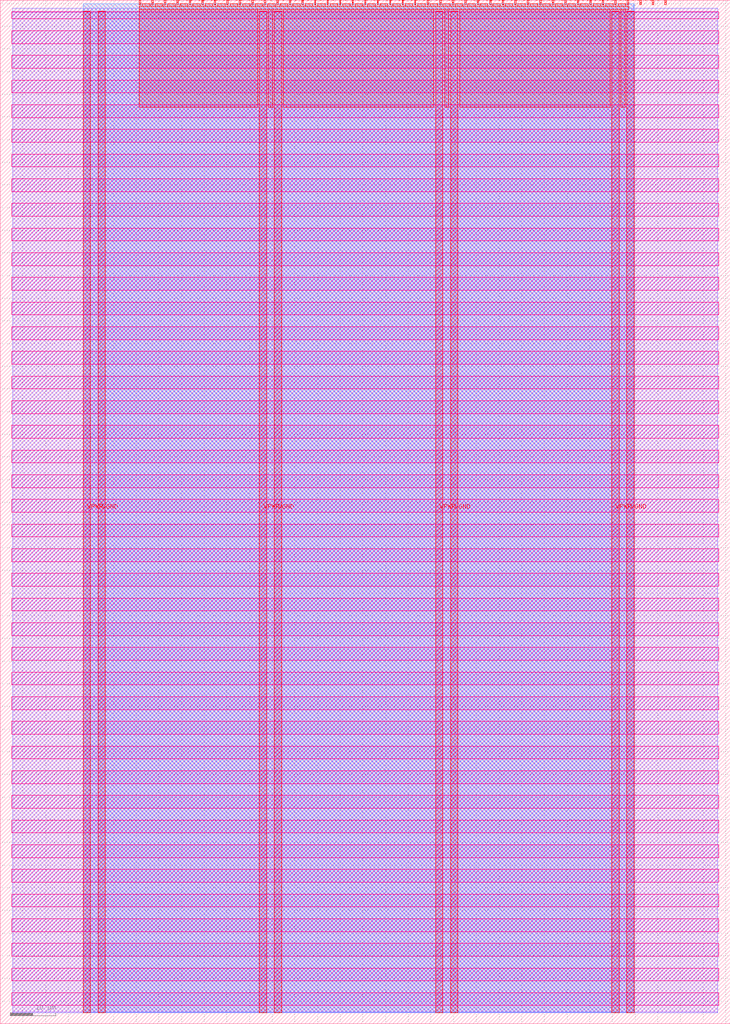
<source format=lef>
VERSION 5.7 ;
  NOWIREEXTENSIONATPIN ON ;
  DIVIDERCHAR "/" ;
  BUSBITCHARS "[]" ;
MACRO tt_um_example
  CLASS BLOCK ;
  FOREIGN tt_um_example ;
  ORIGIN 0.000 0.000 ;
  SIZE 161.000 BY 225.760 ;
  PIN VGND
    DIRECTION INOUT ;
    USE GROUND ;
    PORT
      LAYER met4 ;
        RECT 21.580 2.480 23.180 223.280 ;
    END
    PORT
      LAYER met4 ;
        RECT 60.450 2.480 62.050 223.280 ;
    END
    PORT
      LAYER met4 ;
        RECT 99.320 2.480 100.920 223.280 ;
    END
    PORT
      LAYER met4 ;
        RECT 138.190 2.480 139.790 223.280 ;
    END
  END VGND
  PIN VPWR
    DIRECTION INOUT ;
    USE POWER ;
    PORT
      LAYER met4 ;
        RECT 18.280 2.480 19.880 223.280 ;
    END
    PORT
      LAYER met4 ;
        RECT 57.150 2.480 58.750 223.280 ;
    END
    PORT
      LAYER met4 ;
        RECT 96.020 2.480 97.620 223.280 ;
    END
    PORT
      LAYER met4 ;
        RECT 134.890 2.480 136.490 223.280 ;
    END
  END VPWR
  PIN clk
    DIRECTION INPUT ;
    USE SIGNAL ;
    PORT
      LAYER met4 ;
        RECT 143.830 224.760 144.130 225.760 ;
    END
  END clk
  PIN ena
    DIRECTION INPUT ;
    USE SIGNAL ;
    PORT
      LAYER met4 ;
        RECT 146.590 224.760 146.890 225.760 ;
    END
  END ena
  PIN rst_n
    DIRECTION INPUT ;
    USE SIGNAL ;
    PORT
      LAYER met4 ;
        RECT 141.070 224.760 141.370 225.760 ;
    END
  END rst_n
  PIN ui_in[0]
    DIRECTION INPUT ;
    USE SIGNAL ;
    ANTENNAGATEAREA 0.196500 ;
    PORT
      LAYER met4 ;
        RECT 138.310 224.760 138.610 225.760 ;
    END
  END ui_in[0]
  PIN ui_in[1]
    DIRECTION INPUT ;
    USE SIGNAL ;
    ANTENNAGATEAREA 0.213000 ;
    PORT
      LAYER met4 ;
        RECT 135.550 224.760 135.850 225.760 ;
    END
  END ui_in[1]
  PIN ui_in[2]
    DIRECTION INPUT ;
    USE SIGNAL ;
    ANTENNAGATEAREA 0.196500 ;
    PORT
      LAYER met4 ;
        RECT 132.790 224.760 133.090 225.760 ;
    END
  END ui_in[2]
  PIN ui_in[3]
    DIRECTION INPUT ;
    USE SIGNAL ;
    ANTENNAGATEAREA 0.196500 ;
    PORT
      LAYER met4 ;
        RECT 130.030 224.760 130.330 225.760 ;
    END
  END ui_in[3]
  PIN ui_in[4]
    DIRECTION INPUT ;
    USE SIGNAL ;
    ANTENNAGATEAREA 0.196500 ;
    PORT
      LAYER met4 ;
        RECT 127.270 224.760 127.570 225.760 ;
    END
  END ui_in[4]
  PIN ui_in[5]
    DIRECTION INPUT ;
    USE SIGNAL ;
    ANTENNAGATEAREA 0.196500 ;
    PORT
      LAYER met4 ;
        RECT 124.510 224.760 124.810 225.760 ;
    END
  END ui_in[5]
  PIN ui_in[6]
    DIRECTION INPUT ;
    USE SIGNAL ;
    ANTENNAGATEAREA 0.196500 ;
    PORT
      LAYER met4 ;
        RECT 121.750 224.760 122.050 225.760 ;
    END
  END ui_in[6]
  PIN ui_in[7]
    DIRECTION INPUT ;
    USE SIGNAL ;
    ANTENNAGATEAREA 0.196500 ;
    PORT
      LAYER met4 ;
        RECT 118.990 224.760 119.290 225.760 ;
    END
  END ui_in[7]
  PIN uio_in[0]
    DIRECTION INPUT ;
    USE SIGNAL ;
    ANTENNAGATEAREA 0.196500 ;
    PORT
      LAYER met4 ;
        RECT 116.230 224.760 116.530 225.760 ;
    END
  END uio_in[0]
  PIN uio_in[1]
    DIRECTION INPUT ;
    USE SIGNAL ;
    ANTENNAGATEAREA 0.213000 ;
    PORT
      LAYER met4 ;
        RECT 113.470 224.760 113.770 225.760 ;
    END
  END uio_in[1]
  PIN uio_in[2]
    DIRECTION INPUT ;
    USE SIGNAL ;
    ANTENNAGATEAREA 0.196500 ;
    PORT
      LAYER met4 ;
        RECT 110.710 224.760 111.010 225.760 ;
    END
  END uio_in[2]
  PIN uio_in[3]
    DIRECTION INPUT ;
    USE SIGNAL ;
    ANTENNAGATEAREA 0.196500 ;
    PORT
      LAYER met4 ;
        RECT 107.950 224.760 108.250 225.760 ;
    END
  END uio_in[3]
  PIN uio_in[4]
    DIRECTION INPUT ;
    USE SIGNAL ;
    ANTENNAGATEAREA 0.196500 ;
    PORT
      LAYER met4 ;
        RECT 105.190 224.760 105.490 225.760 ;
    END
  END uio_in[4]
  PIN uio_in[5]
    DIRECTION INPUT ;
    USE SIGNAL ;
    ANTENNAGATEAREA 0.196500 ;
    PORT
      LAYER met4 ;
        RECT 102.430 224.760 102.730 225.760 ;
    END
  END uio_in[5]
  PIN uio_in[6]
    DIRECTION INPUT ;
    USE SIGNAL ;
    ANTENNAGATEAREA 0.196500 ;
    PORT
      LAYER met4 ;
        RECT 99.670 224.760 99.970 225.760 ;
    END
  END uio_in[6]
  PIN uio_in[7]
    DIRECTION INPUT ;
    USE SIGNAL ;
    ANTENNAGATEAREA 0.196500 ;
    PORT
      LAYER met4 ;
        RECT 96.910 224.760 97.210 225.760 ;
    END
  END uio_in[7]
  PIN uio_oe[0]
    DIRECTION OUTPUT ;
    USE SIGNAL ;
    ANTENNADIFFAREA 0.445500 ;
    PORT
      LAYER met4 ;
        RECT 49.990 224.760 50.290 225.760 ;
    END
  END uio_oe[0]
  PIN uio_oe[1]
    DIRECTION OUTPUT ;
    USE SIGNAL ;
    ANTENNADIFFAREA 0.445500 ;
    PORT
      LAYER met4 ;
        RECT 47.230 224.760 47.530 225.760 ;
    END
  END uio_oe[1]
  PIN uio_oe[2]
    DIRECTION OUTPUT ;
    USE SIGNAL ;
    ANTENNADIFFAREA 0.445500 ;
    PORT
      LAYER met4 ;
        RECT 44.470 224.760 44.770 225.760 ;
    END
  END uio_oe[2]
  PIN uio_oe[3]
    DIRECTION OUTPUT ;
    USE SIGNAL ;
    ANTENNADIFFAREA 0.445500 ;
    PORT
      LAYER met4 ;
        RECT 41.710 224.760 42.010 225.760 ;
    END
  END uio_oe[3]
  PIN uio_oe[4]
    DIRECTION OUTPUT ;
    USE SIGNAL ;
    ANTENNADIFFAREA 0.445500 ;
    PORT
      LAYER met4 ;
        RECT 38.950 224.760 39.250 225.760 ;
    END
  END uio_oe[4]
  PIN uio_oe[5]
    DIRECTION OUTPUT ;
    USE SIGNAL ;
    ANTENNADIFFAREA 0.445500 ;
    PORT
      LAYER met4 ;
        RECT 36.190 224.760 36.490 225.760 ;
    END
  END uio_oe[5]
  PIN uio_oe[6]
    DIRECTION OUTPUT ;
    USE SIGNAL ;
    ANTENNADIFFAREA 0.445500 ;
    PORT
      LAYER met4 ;
        RECT 33.430 224.760 33.730 225.760 ;
    END
  END uio_oe[6]
  PIN uio_oe[7]
    DIRECTION OUTPUT ;
    USE SIGNAL ;
    ANTENNADIFFAREA 0.445500 ;
    PORT
      LAYER met4 ;
        RECT 30.670 224.760 30.970 225.760 ;
    END
  END uio_oe[7]
  PIN uio_out[0]
    DIRECTION OUTPUT ;
    USE SIGNAL ;
    ANTENNADIFFAREA 0.445500 ;
    PORT
      LAYER met4 ;
        RECT 72.070 224.760 72.370 225.760 ;
    END
  END uio_out[0]
  PIN uio_out[1]
    DIRECTION OUTPUT ;
    USE SIGNAL ;
    ANTENNADIFFAREA 0.445500 ;
    PORT
      LAYER met4 ;
        RECT 69.310 224.760 69.610 225.760 ;
    END
  END uio_out[1]
  PIN uio_out[2]
    DIRECTION OUTPUT ;
    USE SIGNAL ;
    ANTENNADIFFAREA 0.445500 ;
    PORT
      LAYER met4 ;
        RECT 66.550 224.760 66.850 225.760 ;
    END
  END uio_out[2]
  PIN uio_out[3]
    DIRECTION OUTPUT ;
    USE SIGNAL ;
    ANTENNADIFFAREA 0.445500 ;
    PORT
      LAYER met4 ;
        RECT 63.790 224.760 64.090 225.760 ;
    END
  END uio_out[3]
  PIN uio_out[4]
    DIRECTION OUTPUT ;
    USE SIGNAL ;
    ANTENNADIFFAREA 0.445500 ;
    PORT
      LAYER met4 ;
        RECT 61.030 224.760 61.330 225.760 ;
    END
  END uio_out[4]
  PIN uio_out[5]
    DIRECTION OUTPUT ;
    USE SIGNAL ;
    ANTENNADIFFAREA 0.445500 ;
    PORT
      LAYER met4 ;
        RECT 58.270 224.760 58.570 225.760 ;
    END
  END uio_out[5]
  PIN uio_out[6]
    DIRECTION OUTPUT ;
    USE SIGNAL ;
    ANTENNADIFFAREA 0.445500 ;
    PORT
      LAYER met4 ;
        RECT 55.510 224.760 55.810 225.760 ;
    END
  END uio_out[6]
  PIN uio_out[7]
    DIRECTION OUTPUT ;
    USE SIGNAL ;
    ANTENNADIFFAREA 0.445500 ;
    PORT
      LAYER met4 ;
        RECT 52.750 224.760 53.050 225.760 ;
    END
  END uio_out[7]
  PIN uo_out[0]
    DIRECTION OUTPUT ;
    USE SIGNAL ;
    ANTENNADIFFAREA 0.643500 ;
    PORT
      LAYER met4 ;
        RECT 94.150 224.760 94.450 225.760 ;
    END
  END uo_out[0]
  PIN uo_out[1]
    DIRECTION OUTPUT ;
    USE SIGNAL ;
    ANTENNADIFFAREA 1.721000 ;
    PORT
      LAYER met4 ;
        RECT 91.390 224.760 91.690 225.760 ;
    END
  END uo_out[1]
  PIN uo_out[2]
    DIRECTION OUTPUT ;
    USE SIGNAL ;
    ANTENNADIFFAREA 1.524450 ;
    PORT
      LAYER met4 ;
        RECT 88.630 224.760 88.930 225.760 ;
    END
  END uo_out[2]
  PIN uo_out[3]
    DIRECTION OUTPUT ;
    USE SIGNAL ;
    ANTENNADIFFAREA 1.524450 ;
    PORT
      LAYER met4 ;
        RECT 85.870 224.760 86.170 225.760 ;
    END
  END uo_out[3]
  PIN uo_out[4]
    DIRECTION OUTPUT ;
    USE SIGNAL ;
    ANTENNADIFFAREA 1.721000 ;
    PORT
      LAYER met4 ;
        RECT 83.110 224.760 83.410 225.760 ;
    END
  END uo_out[4]
  PIN uo_out[5]
    DIRECTION OUTPUT ;
    USE SIGNAL ;
    ANTENNADIFFAREA 1.721000 ;
    PORT
      LAYER met4 ;
        RECT 80.350 224.760 80.650 225.760 ;
    END
  END uo_out[5]
  PIN uo_out[6]
    DIRECTION OUTPUT ;
    USE SIGNAL ;
    ANTENNADIFFAREA 1.721000 ;
    PORT
      LAYER met4 ;
        RECT 77.590 224.760 77.890 225.760 ;
    END
  END uo_out[6]
  PIN uo_out[7]
    DIRECTION OUTPUT ;
    USE SIGNAL ;
    ANTENNADIFFAREA 1.721000 ;
    PORT
      LAYER met4 ;
        RECT 74.830 224.760 75.130 225.760 ;
    END
  END uo_out[7]
  OBS
      LAYER nwell ;
        RECT 2.570 221.625 158.430 223.230 ;
        RECT 2.570 216.185 158.430 219.015 ;
        RECT 2.570 210.745 158.430 213.575 ;
        RECT 2.570 205.305 158.430 208.135 ;
        RECT 2.570 199.865 158.430 202.695 ;
        RECT 2.570 194.425 158.430 197.255 ;
        RECT 2.570 188.985 158.430 191.815 ;
        RECT 2.570 183.545 158.430 186.375 ;
        RECT 2.570 178.105 158.430 180.935 ;
        RECT 2.570 172.665 158.430 175.495 ;
        RECT 2.570 167.225 158.430 170.055 ;
        RECT 2.570 161.785 158.430 164.615 ;
        RECT 2.570 156.345 158.430 159.175 ;
        RECT 2.570 150.905 158.430 153.735 ;
        RECT 2.570 145.465 158.430 148.295 ;
        RECT 2.570 140.025 158.430 142.855 ;
        RECT 2.570 134.585 158.430 137.415 ;
        RECT 2.570 129.145 158.430 131.975 ;
        RECT 2.570 123.705 158.430 126.535 ;
        RECT 2.570 118.265 158.430 121.095 ;
        RECT 2.570 112.825 158.430 115.655 ;
        RECT 2.570 107.385 158.430 110.215 ;
        RECT 2.570 101.945 158.430 104.775 ;
        RECT 2.570 96.505 158.430 99.335 ;
        RECT 2.570 91.065 158.430 93.895 ;
        RECT 2.570 85.625 158.430 88.455 ;
        RECT 2.570 80.185 158.430 83.015 ;
        RECT 2.570 74.745 158.430 77.575 ;
        RECT 2.570 69.305 158.430 72.135 ;
        RECT 2.570 63.865 158.430 66.695 ;
        RECT 2.570 58.425 158.430 61.255 ;
        RECT 2.570 52.985 158.430 55.815 ;
        RECT 2.570 47.545 158.430 50.375 ;
        RECT 2.570 42.105 158.430 44.935 ;
        RECT 2.570 36.665 158.430 39.495 ;
        RECT 2.570 31.225 158.430 34.055 ;
        RECT 2.570 25.785 158.430 28.615 ;
        RECT 2.570 20.345 158.430 23.175 ;
        RECT 2.570 14.905 158.430 17.735 ;
        RECT 2.570 9.465 158.430 12.295 ;
        RECT 2.570 4.025 158.430 6.855 ;
      LAYER li1 ;
        RECT 2.760 2.635 158.240 223.125 ;
      LAYER met1 ;
        RECT 2.760 2.480 158.240 224.020 ;
      LAYER met2 ;
        RECT 18.310 2.535 139.760 224.925 ;
      LAYER met3 ;
        RECT 18.290 2.555 139.780 224.905 ;
      LAYER met4 ;
        RECT 31.370 224.360 33.030 224.905 ;
        RECT 34.130 224.360 35.790 224.905 ;
        RECT 36.890 224.360 38.550 224.905 ;
        RECT 39.650 224.360 41.310 224.905 ;
        RECT 42.410 224.360 44.070 224.905 ;
        RECT 45.170 224.360 46.830 224.905 ;
        RECT 47.930 224.360 49.590 224.905 ;
        RECT 50.690 224.360 52.350 224.905 ;
        RECT 53.450 224.360 55.110 224.905 ;
        RECT 56.210 224.360 57.870 224.905 ;
        RECT 58.970 224.360 60.630 224.905 ;
        RECT 61.730 224.360 63.390 224.905 ;
        RECT 64.490 224.360 66.150 224.905 ;
        RECT 67.250 224.360 68.910 224.905 ;
        RECT 70.010 224.360 71.670 224.905 ;
        RECT 72.770 224.360 74.430 224.905 ;
        RECT 75.530 224.360 77.190 224.905 ;
        RECT 78.290 224.360 79.950 224.905 ;
        RECT 81.050 224.360 82.710 224.905 ;
        RECT 83.810 224.360 85.470 224.905 ;
        RECT 86.570 224.360 88.230 224.905 ;
        RECT 89.330 224.360 90.990 224.905 ;
        RECT 92.090 224.360 93.750 224.905 ;
        RECT 94.850 224.360 96.510 224.905 ;
        RECT 97.610 224.360 99.270 224.905 ;
        RECT 100.370 224.360 102.030 224.905 ;
        RECT 103.130 224.360 104.790 224.905 ;
        RECT 105.890 224.360 107.550 224.905 ;
        RECT 108.650 224.360 110.310 224.905 ;
        RECT 111.410 224.360 113.070 224.905 ;
        RECT 114.170 224.360 115.830 224.905 ;
        RECT 116.930 224.360 118.590 224.905 ;
        RECT 119.690 224.360 121.350 224.905 ;
        RECT 122.450 224.360 124.110 224.905 ;
        RECT 125.210 224.360 126.870 224.905 ;
        RECT 127.970 224.360 129.630 224.905 ;
        RECT 130.730 224.360 132.390 224.905 ;
        RECT 133.490 224.360 135.150 224.905 ;
        RECT 136.250 224.360 137.910 224.905 ;
        RECT 30.655 223.680 138.625 224.360 ;
        RECT 30.655 202.135 56.750 223.680 ;
        RECT 59.150 202.135 60.050 223.680 ;
        RECT 62.450 202.135 95.620 223.680 ;
        RECT 98.020 202.135 98.920 223.680 ;
        RECT 101.320 202.135 134.490 223.680 ;
        RECT 136.890 202.135 137.790 223.680 ;
  END
END tt_um_example
END LIBRARY


</source>
